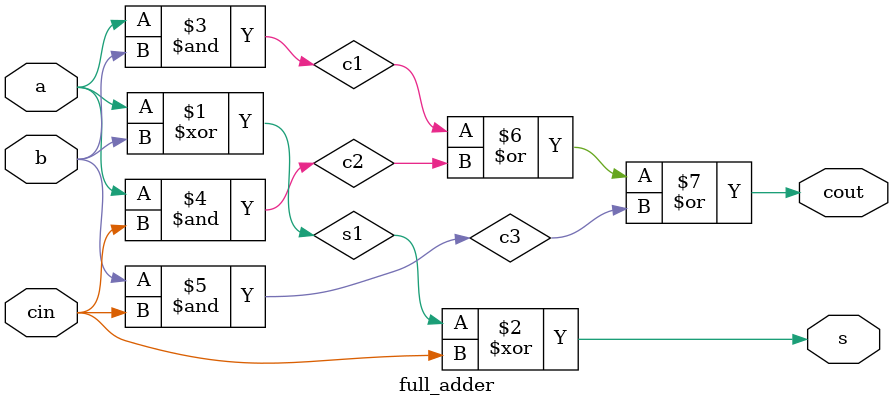
<source format=v>
`timescale 1ns / 1ps

//Full_adder: Structural Description
module full_adder(a,b,cin,s,cout);

input a,b,cin;
output s,cout;
wire s1,c1,c2,c3;

xor G1(s1,a,b);
xor G2(s,s1,cin);

and G3(c1,a,b);
and G4(c2,a,cin);
and G5(c3,b,cin);

or G6(cout,c1,c2,c3);

 
endmodule

</source>
